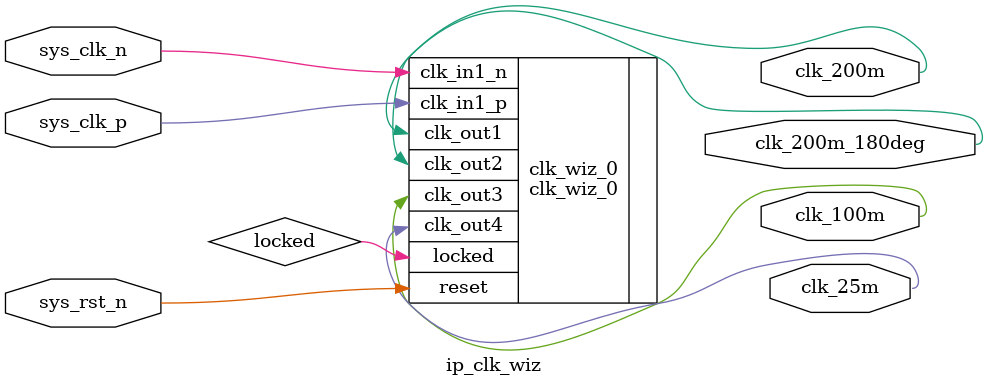
<source format=v>
module ip_clk_wiz(

input       sys_clk_p ,
input       sys_clk_n ,
input       sys_rst_n ,

output      clk_200m ,
output      clk_200m_180deg,
output      clk_100m ,
output      clk_25m
);

wire locked;

clk_wiz_0 clk_wiz_0(
    // Clock out ports
    .clk_out1(clk_200m),     // output clk_out1
    .clk_out2(clk_200m_180deg),     // output clk_out2
    .clk_out3(clk_100m),     // output clk_out3
    .clk_out4(clk_25m),     // output clk_out4
    // Status and control signals
    .reset(sys_rst_n), // input reset
    .locked(locked),       // output locked
   // Clock in ports
    .clk_in1_p(sys_clk_p),    // input clk_in1_p
    .clk_in1_n(sys_clk_n)    // input clk_in1_n
);

endmodule
</source>
